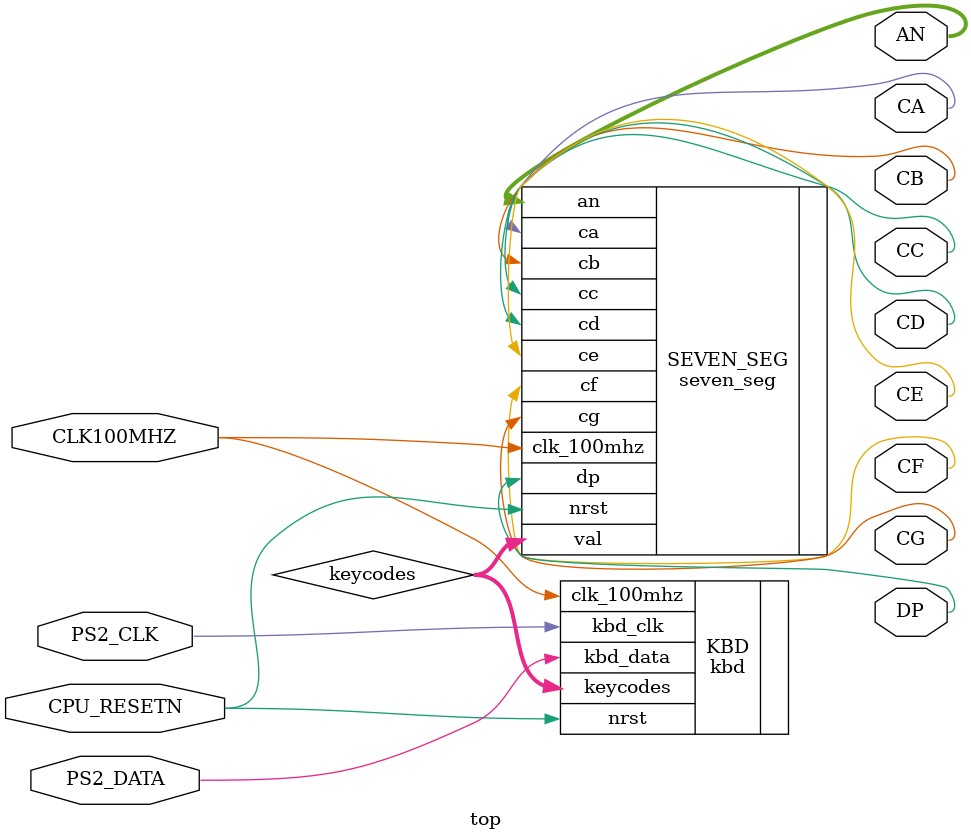
<source format=sv>
module top(
  input  logic       CLK100MHZ,
  input  logic       CPU_RESETN,

  output logic       CA,
  output logic       CB,
  output logic       CC,
  output logic       CD,
  output logic       CE,
  output logic       CF,
  output logic       CG,
  output logic       DP,
  output logic [7:0] AN,

  input  logic       PS2_CLK,
  input  logic       PS2_DATA
);
  logic [31:0] keycodes;

  kbd KBD(
    .clk_100mhz (CLK100MHZ),
    .kbd_clk    (PS2_CLK),
    .nrst       (CPU_RESETN),
    .kbd_data   (PS2_DATA),
    .keycodes   (keycodes)
  );

  seven_seg SEVEN_SEG(
    .clk_100mhz (CLK100MHZ),
    .nrst       (CPU_RESETN),
    .ca         (CA),
    .cb         (CB),
    .cc         (CC),
    .cd         (CD),
    .ce         (CE),
    .cf         (CF),
    .cg         (CG),
    .dp         (DP),
    .an         (AN),
    .val        (keycodes)
  );
endmodule

</source>
